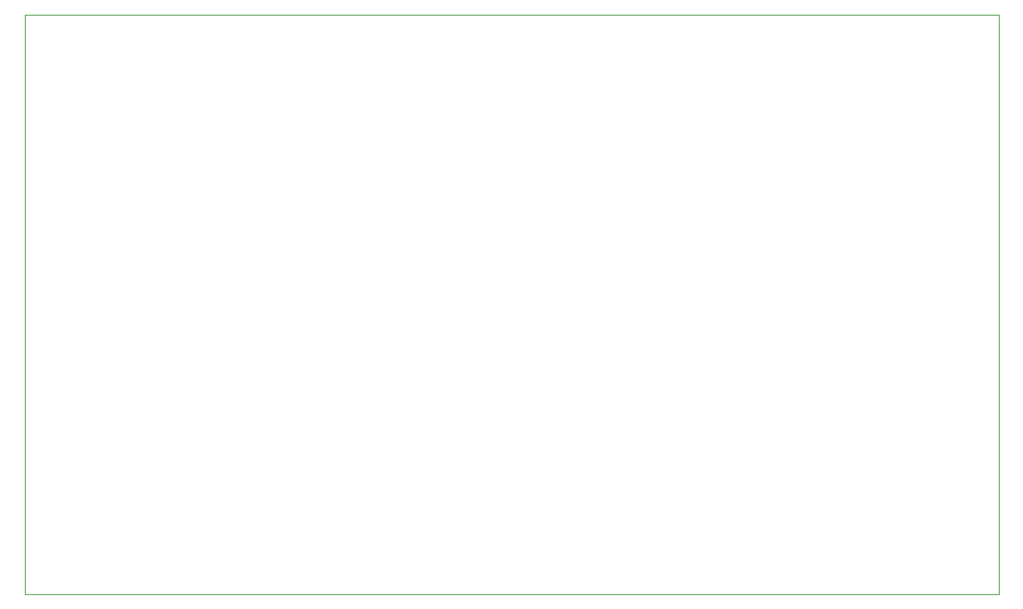
<source format=gm1>
%TF.GenerationSoftware,KiCad,Pcbnew,9.0.2*%
%TF.CreationDate,2025-06-28T00:06:40+08:00*%
%TF.ProjectId,KAPTON-HEATERV2,4b415054-4f4e-42d4-9845-415445525632,rev?*%
%TF.SameCoordinates,Original*%
%TF.FileFunction,Profile,NP*%
%FSLAX46Y46*%
G04 Gerber Fmt 4.6, Leading zero omitted, Abs format (unit mm)*
G04 Created by KiCad (PCBNEW 9.0.2) date 2025-06-28 00:06:40*
%MOMM*%
%LPD*%
G01*
G04 APERTURE LIST*
%TA.AperFunction,Profile*%
%ADD10C,0.050000*%
%TD*%
G04 APERTURE END LIST*
D10*
X93960000Y-68981750D02*
X199960000Y-68981750D01*
X199960000Y-132081750D01*
X93960000Y-132081750D01*
X93960000Y-68981750D01*
M02*

</source>
